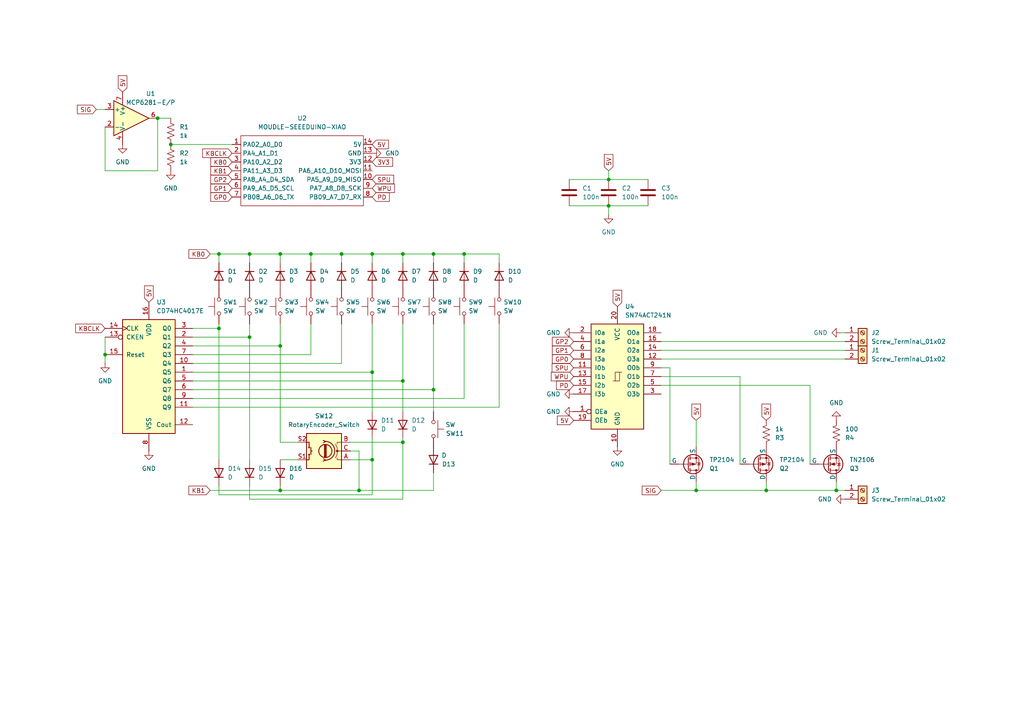
<source format=kicad_sch>
(kicad_sch (version 20231120) (generator "eeschema") (generator_version "8.0")
  (paper "A4")
  (lib_symbols
    (symbol "4xxx:4017" (pin_names (offset 1.016))
      (property "Reference" "U" (at -7.62 16.51 0))
      (property "Value" "4017" (at -7.62 -19.05 0))
      (symbol "4017_1_0"
        (pin output line (at 12.7 0 180) (length 5.08) (name "Q5") (number "1"))
        (pin output line (at 12.7 2.54 180) (length 5.08) (name "Q4") (number "10"))
        (pin output line (at 12.7 -10.16 180) (length 5.08) (name "Q9") (number "11"))
        (pin output line (at 12.7 -15.24 180) (length 5.08) (name "Cout") (number "12"))
        (pin input inverted (at -12.7 10.16 0) (length 5.08) (name "CKEN") (number "13"))
        (pin input clock (at -12.7 12.7 0) (length 5.08) (name "CLK") (number "14"))
        (pin input line (at -12.7 5.08 0) (length 5.08) (name "Reset") (number "15"))
        (pin power_in line (at 0 20.32 270) (length 5.08) (name "VDD") (number "16"))
        (pin output line (at 12.7 10.16 180) (length 5.08) (name "Q1") (number "2"))
        (pin output line (at 12.7 12.7 180) (length 5.08) (name "Q0") (number "3"))
        (pin output line (at 12.7 7.62 180) (length 5.08) (name "Q2") (number "4"))
        (pin output line (at 12.7 -2.54 180) (length 5.08) (name "Q6") (number "5"))
        (pin output line (at 12.7 -5.08 180) (length 5.08) (name "Q7") (number "6"))
        (pin output line (at 12.7 5.08 180) (length 5.08) (name "Q3") (number "7"))
        (pin power_in line (at 0 -22.86 90) (length 5.08) (name "VSS") (number "8"))
        (pin output line (at 12.7 -7.62 180) (length 5.08) (name "Q8") (number "9"))
      )
      (symbol "4017_1_1"
        (rectangle (start -7.62 15.24) (end 7.62 -17.78) (stroke (width 0.254)) (fill (type background)))
      )
    )
    (symbol "74xx:74LS241" (pin_names (offset 1.016))
      (property "Reference" "U" (at -7.62 16.51 0))
      (property "Value" "74LS241" (at -7.62 -16.51 0))
      (symbol "74LS241_1_0"
        (polyline (pts (xy -0.635 -1.27) (xy -0.635 1.27) (xy 0.635 1.27)))
        (polyline (pts (xy -1.27 -1.27) (xy 0.635 -1.27) (xy 0.635 1.27) (xy 1.27 1.27)))
        (pin input inverted (at -12.7 -10.16 0) (length 5.08) (name "OEa") (number "1"))
        (pin power_in line (at 0 -20.32 90) (length 5.08) (name "GND") (number "10"))
        (pin input line (at -12.7 2.54 0) (length 5.08) (name "I0b") (number "11"))
        (pin tri_state line (at 12.7 5.08 180) (length 5.08) (name "O3a") (number "12"))
        (pin input line (at -12.7 0 0) (length 5.08) (name "I1b") (number "13"))
        (pin tri_state line (at 12.7 7.62 180) (length 5.08) (name "O2a") (number "14"))
        (pin input line (at -12.7 -2.54 0) (length 5.08) (name "I2b") (number "15"))
        (pin tri_state line (at 12.7 10.16 180) (length 5.08) (name "O1a") (number "16"))
        (pin input line (at -12.7 -5.08 0) (length 5.08) (name "I3b") (number "17"))
        (pin tri_state line (at 12.7 12.7 180) (length 5.08) (name "O0a") (number "18"))
        (pin input line (at -12.7 -12.7 0) (length 5.08) (name "OEb") (number "19"))
        (pin input line (at -12.7 12.7 0) (length 5.08) (name "I0a") (number "2"))
        (pin power_in line (at 0 20.32 270) (length 5.08) (name "VCC") (number "20"))
        (pin tri_state line (at 12.7 -5.08 180) (length 5.08) (name "O3b") (number "3"))
        (pin input line (at -12.7 10.16 0) (length 5.08) (name "I1a") (number "4"))
        (pin tri_state line (at 12.7 -2.54 180) (length 5.08) (name "O2b") (number "5"))
        (pin input line (at -12.7 7.62 0) (length 5.08) (name "I2a") (number "6"))
        (pin tri_state line (at 12.7 0 180) (length 5.08) (name "O1b") (number "7"))
        (pin input line (at -12.7 5.08 0) (length 5.08) (name "I3a") (number "8"))
        (pin tri_state line (at 12.7 2.54 180) (length 5.08) (name "O0b") (number "9"))
      )
      (symbol "74LS241_1_1"
        (rectangle (start -7.62 15.24) (end 7.62 -15.24) (stroke (width 0.254)) (fill (type background)))
      )
    )
    (symbol "Amplifier_Operational:MCP601-xP" (pin_names (offset 0.127))
      (property "Reference" "U" (at 0 6.35 0))
      (property "Value" "MCP601-xP" (at 0 3.81 0))
      (symbol "MCP601-xP_0_1"
        (polyline (pts (xy -5.08 5.08) (xy 5.08 0) (xy -5.08 -5.08) (xy -5.08 5.08)) (stroke (width 0.254)) (fill (type background)))
      )
      (symbol "MCP601-xP_1_1"
        (pin no_connect line (at -5.08 -2.54 90) (length 2.54) hide (name "NC") (number "1"))
        (pin input line (at -7.62 -2.54 0) (length 2.54) (name "-") (number "2"))
        (pin input line (at -7.62 2.54 0) (length 2.54) (name "+") (number "3"))
        (pin power_in line (at -2.54 -7.62 90) (length 3.81) (name "V-") (number "4"))
        (pin no_connect line (at -2.54 -2.54 90) (length 2.54) hide (name "NC") (number "5"))
        (pin output line (at 7.62 0 180) (length 2.54) (name "~") (number "6"))
        (pin power_in line (at -2.54 7.62 270) (length 3.81) (name "V+") (number "7"))
        (pin no_connect line (at 0 -2.54 90) (length 2.54) hide (name "NC") (number "8"))
      )
    )
    (symbol "Connector:Screw_Terminal_01x02" (pin_names (offset 1.016) hide)
      (property "Reference" "J" (at 0 2.54 0))
      (property "Value" "Screw_Terminal_01x02" (at 0 -5.08 0))
      (symbol "Screw_Terminal_01x02_1_1"
        (rectangle (start -1.27 1.27) (end 1.27 -3.81) (stroke (width 0.254)) (fill (type background)))
        (circle (center 0 -2.54) (radius 0.635) (stroke (width 0.1524)))
        (polyline (pts (xy -0.5334 -2.2098) (xy 0.3302 -3.048)) (stroke (width 0.1524)))
        (polyline (pts (xy -0.5334 0.3302) (xy 0.3302 -0.508)) (stroke (width 0.1524)))
        (polyline (pts (xy -0.3556 -2.032) (xy 0.508 -2.8702)) (stroke (width 0.1524)))
        (polyline (pts (xy -0.3556 0.508) (xy 0.508 -0.3302)) (stroke (width 0.1524)))
        (circle (center 0 0) (radius 0.635) (stroke (width 0.1524)))
        (pin passive line (at -5.08 0 0) (length 3.81) (name "Pin_1") (number "1"))
        (pin passive line (at -5.08 -2.54 0) (length 3.81) (name "Pin_2") (number "2"))
      )
    )
    (symbol "Device:C" (pin_numbers hide) (pin_names (offset 0.254))
      (property "Reference" "C" (at 0.635 2.54 0))
      (property "Value" "C" (at 0.635 -2.54 0))
      (symbol "C_0_1"
        (polyline (pts (xy -2.032 -0.762) (xy 2.032 -0.762)) (stroke (width 0.508)))
        (polyline (pts (xy -2.032 0.762) (xy 2.032 0.762)) (stroke (width 0.508)))
      )
      (symbol "C_1_1"
        (pin passive line (at 0 3.81 270) (length 2.794) (name "~") (number "1"))
        (pin passive line (at 0 -3.81 90) (length 2.794) (name "~") (number "2"))
      )
    )
    (symbol "Device:D" (pin_numbers hide) (pin_names (offset 1.016) hide)
      (property "Reference" "D" (at 0 2.54 0))
      (property "Value" "D" (at 0 -2.54 0))
      (symbol "D_0_1"
        (polyline (pts (xy -1.27 1.27) (xy -1.27 -1.27)) (stroke (width 0.254)))
        (polyline (pts (xy 1.27 0) (xy -1.27 0)))
        (polyline (pts (xy 1.27 1.27) (xy 1.27 -1.27) (xy -1.27 0) (xy 1.27 1.27)) (stroke (width 0.254)))
      )
      (symbol "D_1_1"
        (pin passive line (at -3.81 0 0) (length 2.54) (name "K") (number "1"))
        (pin passive line (at 3.81 0 180) (length 2.54) (name "A") (number "2"))
      )
    )
    (symbol "Device:R_US" (pin_numbers hide) (pin_names (offset 0))
      (property "Reference" "R" (at 2.54 0 90))
      (property "Value" "R_US" (at -2.54 0 90))
      (symbol "R_US_0_1"
        (polyline (pts (xy 0 -2.286) (xy 0 -2.54)))
        (polyline (pts (xy 0 2.286) (xy 0 2.54)))
        (polyline (pts (xy 0 -0.762) (xy 1.016 -1.143) (xy 0 -1.524) (xy -1.016 -1.905) (xy 0 -2.286)))
        (polyline (pts (xy 0 0.762) (xy 1.016 0.381) (xy 0 0) (xy -1.016 -0.381) (xy 0 -0.762)))
        (polyline (pts (xy 0 2.286) (xy 1.016 1.905) (xy 0 1.524) (xy -1.016 1.143) (xy 0 0.762)))
      )
      (symbol "R_US_1_1"
        (pin passive line (at 0 3.81 270) (length 1.27) (name "~") (number "1"))
        (pin passive line (at 0 -3.81 90) (length 1.27) (name "~") (number "2"))
      )
    )
    (symbol "Device:RotaryEncoder_Switch" (pin_names (offset 0.254) hide)
      (property "Reference" "SW" (at 0 6.604 0))
      (property "Value" "RotaryEncoder_Switch" (at 0 -6.604 0))
      (symbol "RotaryEncoder_Switch_0_1"
        (rectangle (start -5.08 5.08) (end 5.08 -5.08) (stroke (width 0.254)) (fill (type background)))
        (circle (center -3.81 0) (radius 0.254) (fill (type outline)))
        (circle (center -0.381 0) (radius 1.905) (stroke (width 0.254)))
        (arc (start -0.381 2.667) (mid -3.0988 -0.0635) (end -0.381 -2.794) (stroke (width 0.254)))
        (polyline (pts (xy -0.635 -1.778) (xy -0.635 1.778)) (stroke (width 0.254)))
        (polyline (pts (xy -0.381 -1.778) (xy -0.381 1.778)) (stroke (width 0.254)))
        (polyline (pts (xy -0.127 1.778) (xy -0.127 -1.778)) (stroke (width 0.254)))
        (polyline (pts (xy 3.81 0) (xy 3.429 0)) (stroke (width 0.254)))
        (polyline (pts (xy 3.81 1.016) (xy 3.81 -1.016)) (stroke (width 0.254)))
        (polyline (pts (xy -5.08 -2.54) (xy -3.81 -2.54) (xy -3.81 -2.032)))
        (polyline (pts (xy -5.08 2.54) (xy -3.81 2.54) (xy -3.81 2.032)))
        (polyline (pts (xy 0.254 -3.048) (xy -0.508 -2.794) (xy 0.127 -2.413)) (stroke (width 0.254)))
        (polyline (pts (xy 0.254 2.921) (xy -0.508 2.667) (xy 0.127 2.286)) (stroke (width 0.254)))
        (polyline (pts (xy 5.08 -2.54) (xy 4.318 -2.54) (xy 4.318 -1.016)) (stroke (width 0.254)))
        (polyline (pts (xy 5.08 2.54) (xy 4.318 2.54) (xy 4.318 1.016)) (stroke (width 0.254)))
        (polyline (pts (xy -5.08 0) (xy -3.81 0) (xy -3.81 -1.016) (xy -3.302 -2.032)))
        (polyline (pts (xy -4.318 0) (xy -3.81 0) (xy -3.81 1.016) (xy -3.302 2.032)))
        (circle (center 4.318 -1.016) (radius 0.127) (stroke (width 0.254)))
        (circle (center 4.318 1.016) (radius 0.127) (stroke (width 0.254)))
      )
      (symbol "RotaryEncoder_Switch_1_1"
        (pin passive line (at -7.62 2.54 0) (length 2.54) (name "A") (number "A"))
        (pin passive line (at -7.62 -2.54 0) (length 2.54) (name "B") (number "B"))
        (pin passive line (at -7.62 0 0) (length 2.54) (name "C") (number "C"))
        (pin passive line (at 7.62 2.54 180) (length 2.54) (name "S1") (number "S1"))
        (pin passive line (at 7.62 -2.54 180) (length 2.54) (name "S2") (number "S2"))
      )
    )
    (symbol "PMOS_1" (pin_numbers hide) (pin_names (offset 0))
      (property "Reference" "Q2" (at 6.35 1.2701 0))
      (property "Value" "TP2104" (at 6.35 -1.2699 0))
      (symbol "PMOS_1_0_1"
        (polyline (pts (xy 0.254 0) (xy -2.54 0)))
        (polyline (pts (xy 0.254 1.905) (xy 0.254 -1.905)) (stroke (width 0.254)))
        (polyline (pts (xy 0.762 -1.27) (xy 0.762 -2.286)) (stroke (width 0.254)))
        (polyline (pts (xy 0.762 0.508) (xy 0.762 -0.508)) (stroke (width 0.254)))
        (polyline (pts (xy 0.762 2.286) (xy 0.762 1.27)) (stroke (width 0.254)))
        (polyline (pts (xy 2.54 2.54) (xy 2.54 1.778)))
        (polyline (pts (xy 2.54 -2.54) (xy 2.54 0) (xy 0.762 0)))
        (polyline (pts (xy 0.762 1.778) (xy 3.302 1.778) (xy 3.302 -1.778) (xy 0.762 -1.778)))
        (polyline (pts (xy 2.286 0) (xy 1.27 0.381) (xy 1.27 -0.381) (xy 2.286 0)) (fill (type outline)))
        (polyline (pts (xy 2.794 -0.508) (xy 2.921 -0.381) (xy 3.683 -0.381) (xy 3.81 -0.254)))
        (polyline (pts (xy 3.302 -0.381) (xy 2.921 0.254) (xy 3.683 0.254) (xy 3.302 -0.381)))
        (circle (center 1.651 0) (radius 2.794) (stroke (width 0.254)))
        (circle (center 2.54 -1.778) (radius 0.254) (fill (type outline)))
        (circle (center 2.54 1.778) (radius 0.254) (fill (type outline)))
      )
      (symbol "PMOS_1_1_1"
        (pin passive line (at 2.54 -5.08 90) (length 2.54) (name "S") (number "1"))
        (pin input line (at -5.08 0 0) (length 2.54) (name "G") (number "2"))
        (pin passive line (at 2.54 5.08 270) (length 2.54) (name "D") (number "3"))
      )
    )
    (symbol "Simulation_SPICE:NMOS" (pin_numbers hide) (pin_names (offset 0))
      (property "Reference" "Q3" (at 6.35 1.2701 0))
      (property "Value" "TN2106" (at 6.35 -1.2699 0))
      (symbol "NMOS_0_1"
        (polyline (pts (xy 0.254 0) (xy -2.54 0)))
        (polyline (pts (xy 0.254 1.905) (xy 0.254 -1.905)) (stroke (width 0.254)))
        (polyline (pts (xy 0.762 -1.27) (xy 0.762 -2.286)) (stroke (width 0.254)))
        (polyline (pts (xy 0.762 0.508) (xy 0.762 -0.508)) (stroke (width 0.254)))
        (polyline (pts (xy 0.762 2.286) (xy 0.762 1.27)) (stroke (width 0.254)))
        (polyline (pts (xy 2.54 2.54) (xy 2.54 1.778)))
        (polyline (pts (xy 2.54 -2.54) (xy 2.54 0) (xy 0.762 0)))
        (polyline (pts (xy 0.762 -1.778) (xy 3.302 -1.778) (xy 3.302 1.778) (xy 0.762 1.778)))
        (polyline (pts (xy 1.016 0) (xy 2.032 0.381) (xy 2.032 -0.381) (xy 1.016 0)) (fill (type outline)))
        (polyline (pts (xy 2.794 0.508) (xy 2.921 0.381) (xy 3.683 0.381) (xy 3.81 0.254)))
        (polyline (pts (xy 3.302 0.381) (xy 2.921 -0.254) (xy 3.683 -0.254) (xy 3.302 0.381)))
        (circle (center 1.651 0) (radius 2.794) (stroke (width 0.254)))
        (circle (center 2.54 -1.778) (radius 0.254) (fill (type outline)))
        (circle (center 2.54 1.778) (radius 0.254) (fill (type outline)))
      )
      (symbol "NMOS_1_1"
        (pin passive line (at 2.54 -5.08 90) (length 2.54) (name "S") (number "1"))
        (pin input line (at -5.08 0 0) (length 2.54) (name "G") (number "2"))
        (pin passive line (at 2.54 5.08 270) (length 2.54) (name "D") (number "3"))
      )
    )
    (symbol "Simulation_SPICE:PMOS" (pin_numbers hide) (pin_names (offset 0))
      (property "Reference" "Q1" (at 6.35 1.2701 0))
      (property "Value" "TP2104" (at 6.35 -1.2699 0))
      (symbol "PMOS_0_1"
        (polyline (pts (xy 0.254 0) (xy -2.54 0)))
        (polyline (pts (xy 0.254 1.905) (xy 0.254 -1.905)) (stroke (width 0.254)))
        (polyline (pts (xy 0.762 -1.27) (xy 0.762 -2.286)) (stroke (width 0.254)))
        (polyline (pts (xy 0.762 0.508) (xy 0.762 -0.508)) (stroke (width 0.254)))
        (polyline (pts (xy 0.762 2.286) (xy 0.762 1.27)) (stroke (width 0.254)))
        (polyline (pts (xy 2.54 2.54) (xy 2.54 1.778)))
        (polyline (pts (xy 2.54 -2.54) (xy 2.54 0) (xy 0.762 0)))
        (polyline (pts (xy 0.762 1.778) (xy 3.302 1.778) (xy 3.302 -1.778) (xy 0.762 -1.778)))
        (polyline (pts (xy 2.286 0) (xy 1.27 0.381) (xy 1.27 -0.381) (xy 2.286 0)) (fill (type outline)))
        (polyline (pts (xy 2.794 -0.508) (xy 2.921 -0.381) (xy 3.683 -0.381) (xy 3.81 -0.254)))
        (polyline (pts (xy 3.302 -0.381) (xy 2.921 0.254) (xy 3.683 0.254) (xy 3.302 -0.381)))
        (circle (center 1.651 0) (radius 2.794) (stroke (width 0.254)))
        (circle (center 2.54 -1.778) (radius 0.254) (fill (type outline)))
        (circle (center 2.54 1.778) (radius 0.254) (fill (type outline)))
      )
      (symbol "PMOS_1_1"
        (pin passive line (at 2.54 -5.08 90) (length 2.54) (name "S") (number "1"))
        (pin input line (at -5.08 0 0) (length 2.54) (name "G") (number "2"))
        (pin passive line (at 2.54 5.08 270) (length 2.54) (name "D") (number "3"))
      )
    )
    (symbol "Switch:SW_Push" (pin_numbers hide) (pin_names (offset 1.016) hide)
      (property "Reference" "SW" (at 1.27 2.54 0))
      (property "Value" "SW_Push" (at 0 -1.524 0))
      (symbol "SW_Push_0_1"
        (circle (center -2.032 0) (radius 0.508))
        (polyline (pts (xy 0 1.27) (xy 0 3.048)))
        (polyline (pts (xy 2.54 1.27) (xy -2.54 1.27)))
        (circle (center 2.032 0) (radius 0.508))
        (pin passive line (at -5.08 0 0) (length 2.54) (name "1") (number "1"))
        (pin passive line (at 5.08 0 180) (length 2.54) (name "2") (number "2"))
      )
    )
    (symbol "power:GND" (power) (pin_numbers hide) (pin_names (offset 0) hide)
      (property "Value" "GND" (at 0 -3.81 0))
      (symbol "GND_0_1"
        (polyline (pts (xy 0 0) (xy 0 -1.27) (xy 1.27 -1.27) (xy 0 -2.54) (xy -1.27 -1.27) (xy 0 -1.27)))
      )
      (symbol "GND_1_1"
        (pin power_in line (at 0 0 270) (length 0) (name "~") (number "1"))
      )
    )
    (symbol "xiao:MOUDLE-SEEEDUINO-XIAO"
      (property "Reference" "U" (at -16.51 11.43 0))
      (property "Value" "MOUDLE-SEEEDUINO-XIAO" (at -3.81 -11.43 0))
      (symbol "MOUDLE-SEEEDUINO-XIAO_0_1"
        (rectangle (start -16.51 10.16) (end 19.05 -10.16))
      )
      (symbol "MOUDLE-SEEEDUINO-XIAO_1_1"
        (pin passive line (at -19.05 7.62 0) (length 2.54) (name "PA02_A0_D0") (number "1"))
        (pin passive line (at 21.59 -2.54 180) (length 2.54) (name "PA5_A9_D9_MISO") (number "10"))
        (pin passive line (at 21.59 0 180) (length 2.54) (name "PA6_A10_D10_MOSI") (number "11"))
        (pin power_out line (at 21.59 2.54 180) (length 2.54) (name "3V3") (number "12"))
        (pin power_out line (at 21.59 5.08 180) (length 2.54) (name "GND") (number "13"))
        (pin power_out line (at 21.59 7.62 180) (length 2.54) (name "5V") (number "14"))
        (pin passive line (at -19.05 5.08 0) (length 2.54) (name "PA4_A1_D1") (number "2"))
        (pin passive line (at -19.05 2.54 0) (length 2.54) (name "PA10_A2_D2") (number "3"))
        (pin passive line (at -19.05 0 0) (length 2.54) (name "PA11_A3_D3") (number "4"))
        (pin passive line (at -19.05 -2.54 0) (length 2.54) (name "PA8_A4_D4_SDA") (number "5"))
        (pin passive line (at -19.05 -5.08 0) (length 2.54) (name "PA9_A5_D5_SCL") (number "6"))
        (pin passive line (at -19.05 -7.62 0) (length 2.54) (name "PB08_A6_D6_TX") (number "7"))
        (pin passive line (at 21.59 -7.62 180) (length 2.54) (name "PB09_A7_D7_RX") (number "8"))
        (pin passive line (at 21.59 -5.08 180) (length 2.54) (name "PA7_A8_D8_SCK") (number "9"))
      )
    )
  )
  (junction (at 30.48 102.87))
  (junction (at 90.17 73.66))
  (junction (at 201.93 142.24))
  (junction (at 242.57 142.24))
  (junction (at 176.53 59.69))
  (junction (at 222.25 142.24))
  (junction (at 81.28 73.66))
  (junction (at 63.5 73.66))
  (junction (at 104.14 142.24))
  (junction (at 116.84 128.27))
  (junction (at 99.06 73.66))
  (junction (at 107.95 133.35))
  (junction (at 116.84 110.49))
  (junction (at 107.95 73.66))
  (junction (at 63.5 95.25))
  (junction (at 125.73 73.66))
  (junction (at 45.72 34.29))
  (junction (at 176.53 52.07))
  (junction (at 49.53 41.91))
  (junction (at 72.39 73.66))
  (junction (at 125.73 113.03))
  (junction (at 107.95 107.95))
  (junction (at 81.28 142.24))
  (junction (at 116.84 73.66))
  (junction (at 81.28 100.33))
  (junction (at 134.62 73.66))
  (junction (at 72.39 97.79))
  (wire (pts (xy 201.93 142.24) (xy 222.25 142.24)))
  (wire (pts (xy 222.25 142.24) (xy 242.57 142.24)))
  (wire (pts (xy 90.17 73.66) (xy 99.06 73.66)))
  (wire (pts (xy 45.72 34.29) (xy 45.72 49.53)))
  (wire (pts (xy 30.48 102.87) (xy 30.48 105.41)))
  (wire (pts (xy 99.06 73.66) (xy 107.95 73.66)))
  (wire (pts (xy 45.72 34.29) (xy 49.53 34.29)))
  (wire (pts (xy 134.62 73.66) (xy 134.62 76.2)))
  (wire (pts (xy 63.5 93.98) (xy 63.5 95.25)))
  (wire (pts (xy 30.48 36.83) (xy 30.48 49.53)))
  (wire (pts (xy 55.88 100.33) (xy 81.28 100.33)))
  (wire (pts (xy 99.06 93.98) (xy 99.06 105.41)))
  (wire (pts (xy 116.84 144.78) (xy 116.84 128.27)))
  (wire (pts (xy 81.28 100.33) (xy 81.28 128.27)))
  (wire (pts (xy 176.53 59.69) (xy 187.96 59.69)))
  (wire (pts (xy 176.53 49.53) (xy 176.53 52.07)))
  (wire (pts (xy 55.88 113.03) (xy 125.73 113.03)))
  (wire (pts (xy 107.95 73.66) (xy 116.84 73.66)))
  (wire (pts (xy 55.88 95.25) (xy 63.5 95.25)))
  (wire (pts (xy 191.77 99.06) (xy 245.11 99.06)))
  (wire (pts (xy 55.88 105.41) (xy 99.06 105.41)))
  (wire (pts (xy 72.39 73.66) (xy 72.39 76.2)))
  (wire (pts (xy 116.84 110.49) (xy 116.84 119.38)))
  (wire (pts (xy 27.94 31.75) (xy 30.48 31.75)))
  (wire (pts (xy 55.88 97.79) (xy 72.39 97.79)))
  (wire (pts (xy 234.95 134.62) (xy 234.95 111.76)))
  (wire (pts (xy 242.57 142.24) (xy 245.11 142.24)))
  (wire (pts (xy 201.93 129.54) (xy 201.93 121.92)))
  (wire (pts (xy 55.88 102.87) (xy 90.17 102.87)))
  (wire (pts (xy 107.95 133.35) (xy 107.95 127)))
  (wire (pts (xy 81.28 133.35) (xy 86.36 133.35)))
  (wire (pts (xy 72.39 144.78) (xy 116.84 144.78)))
  (wire (pts (xy 55.88 110.49) (xy 116.84 110.49)))
  (wire (pts (xy 214.63 134.62) (xy 214.63 109.22)))
  (wire (pts (xy 60.96 73.66) (xy 63.5 73.66)))
  (wire (pts (xy 134.62 93.98) (xy 134.62 115.57)))
  (wire (pts (xy 81.28 128.27) (xy 86.36 128.27)))
  (wire (pts (xy 63.5 73.66) (xy 63.5 76.2)))
  (wire (pts (xy 134.62 73.66) (xy 144.78 73.66)))
  (wire (pts (xy 107.95 73.66) (xy 107.95 76.2)))
  (wire (pts (xy 63.5 95.25) (xy 63.5 133.35)))
  (wire (pts (xy 104.14 130.81) (xy 101.6 130.81)))
  (wire (pts (xy 55.88 118.11) (xy 144.78 118.11)))
  (wire (pts (xy 63.5 73.66) (xy 72.39 73.66)))
  (wire (pts (xy 72.39 140.97) (xy 72.39 144.78)))
  (wire (pts (xy 176.53 62.23) (xy 176.53 59.69)))
  (wire (pts (xy 90.17 93.98) (xy 90.17 102.87)))
  (wire (pts (xy 214.63 109.22) (xy 191.77 109.22)))
  (wire (pts (xy 99.06 73.66) (xy 99.06 76.2)))
  (wire (pts (xy 144.78 118.11) (xy 144.78 93.98)))
  (wire (pts (xy 30.48 97.79) (xy 30.48 102.87)))
  (wire (pts (xy 125.73 113.03) (xy 125.73 93.98)))
  (wire (pts (xy 81.28 73.66) (xy 81.28 76.2)))
  (wire (pts (xy 125.73 113.03) (xy 125.73 119.38)))
  (wire (pts (xy 191.77 101.6) (xy 245.11 101.6)))
  (wire (pts (xy 101.6 133.35) (xy 107.95 133.35)))
  (wire (pts (xy 116.84 73.66) (xy 116.84 76.2)))
  (wire (pts (xy 191.77 104.14) (xy 245.11 104.14)))
  (wire (pts (xy 165.1 52.07) (xy 176.53 52.07)))
  (wire (pts (xy 81.28 73.66) (xy 90.17 73.66)))
  (wire (pts (xy 116.84 73.66) (xy 125.73 73.66)))
  (wire (pts (xy 104.14 142.24) (xy 104.14 130.81)))
  (wire (pts (xy 201.93 139.7) (xy 201.93 142.24)))
  (wire (pts (xy 81.28 142.24) (xy 81.28 140.97)))
  (wire (pts (xy 107.95 107.95) (xy 107.95 119.38)))
  (wire (pts (xy 242.57 139.7) (xy 242.57 142.24)))
  (wire (pts (xy 191.77 142.24) (xy 201.93 142.24)))
  (wire (pts (xy 194.31 134.62) (xy 194.31 106.68)))
  (wire (pts (xy 176.53 52.07) (xy 187.96 52.07)))
  (wire (pts (xy 144.78 73.66) (xy 144.78 76.2)))
  (wire (pts (xy 222.25 142.24) (xy 222.25 139.7)))
  (wire (pts (xy 72.39 73.66) (xy 81.28 73.66)))
  (wire (pts (xy 234.95 111.76) (xy 191.77 111.76)))
  (wire (pts (xy 49.53 41.91) (xy 67.31 41.91)))
  (wire (pts (xy 60.96 142.24) (xy 81.28 142.24)))
  (wire (pts (xy 72.39 97.79) (xy 72.39 133.35)))
  (wire (pts (xy 165.1 59.69) (xy 176.53 59.69)))
  (wire (pts (xy 243.84 96.52) (xy 245.11 96.52)))
  (wire (pts (xy 125.73 73.66) (xy 134.62 73.66)))
  (wire (pts (xy 104.14 142.24) (xy 125.73 142.24)))
  (wire (pts (xy 116.84 128.27) (xy 116.84 127)))
  (wire (pts (xy 125.73 142.24) (xy 125.73 137.16)))
  (wire (pts (xy 107.95 107.95) (xy 107.95 93.98)))
  (wire (pts (xy 125.73 73.66) (xy 125.73 76.2)))
  (wire (pts (xy 81.28 100.33) (xy 81.28 93.98)))
  (wire (pts (xy 55.88 107.95) (xy 107.95 107.95)))
  (wire (pts (xy 90.17 73.66) (xy 90.17 76.2)))
  (wire (pts (xy 55.88 115.57) (xy 134.62 115.57)))
  (wire (pts (xy 191.77 106.68) (xy 194.31 106.68)))
  (wire (pts (xy 101.6 128.27) (xy 116.84 128.27)))
  (wire (pts (xy 107.95 143.51) (xy 107.95 133.35)))
  (wire (pts (xy 63.5 140.97) (xy 63.5 143.51)))
  (wire (pts (xy 81.28 142.24) (xy 104.14 142.24)))
  (wire (pts (xy 63.5 143.51) (xy 107.95 143.51)))
  (wire (pts (xy 116.84 93.98) (xy 116.84 110.49)))
  (wire (pts (xy 30.48 49.53) (xy 45.72 49.53)))
  (wire (pts (xy 72.39 93.98) (xy 72.39 97.79)))
  (global_label "PD" (shape input) (at 166.37 111.76 180) (property "Intersheetrefs" "${INTERSHEET_REFS}" (effects (hide yes))))
  (global_label "GP2" (shape input) (at 166.37 99.06 180) (property "Intersheetrefs" "${INTERSHEET_REFS}" (effects (hide yes))))
  (global_label "SIG" (shape input) (at 27.94 31.75 180) (property "Intersheetrefs" "${INTERSHEET_REFS}" (effects (hide yes))))
  (global_label "5V" (shape input) (at 222.25 121.92 90) (property "Intersheetrefs" "${INTERSHEET_REFS}" (effects (hide yes))))
  (global_label "5V" (shape input) (at 179.07 88.9 90) (property "Intersheetrefs" "${INTERSHEET_REFS}" (effects (hide yes))))
  (global_label "PD" (shape input) (at 107.95 57.15 0) (property "Intersheetrefs" "${INTERSHEET_REFS}" (effects (hide yes))))
  (global_label "SPU" (shape input) (at 166.37 106.68 180) (property "Intersheetrefs" "${INTERSHEET_REFS}" (effects (hide yes))))
  (global_label "3V3" (shape input) (at 107.95 46.99 0) (property "Intersheetrefs" "${INTERSHEET_REFS}" (effects (hide yes))))
  (global_label "5V" (shape input) (at 43.18 87.63 90) (property "Intersheetrefs" "${INTERSHEET_REFS}" (effects (hide yes))))
  (global_label "WPU" (shape input) (at 166.37 109.22 180) (property "Intersheetrefs" "${INTERSHEET_REFS}" (effects (hide yes))))
  (global_label "GP2" (shape input) (at 67.31 52.07 180) (property "Intersheetrefs" "${INTERSHEET_REFS}" (effects (hide yes))))
  (global_label "5V" (shape input) (at 166.37 121.92 180) (property "Intersheetrefs" "${INTERSHEET_REFS}" (effects (hide yes))))
  (global_label "GP1" (shape input) (at 166.37 101.6 180) (property "Intersheetrefs" "${INTERSHEET_REFS}" (effects (hide yes))))
  (global_label "5V" (shape input) (at 201.93 121.92 90) (property "Intersheetrefs" "${INTERSHEET_REFS}" (effects (hide yes))))
  (global_label "KBCLK" (shape input) (at 30.48 95.25 180) (property "Intersheetrefs" "${INTERSHEET_REFS}" (effects (hide yes))))
  (global_label "KB0" (shape input) (at 67.31 46.99 180) (property "Intersheetrefs" "${INTERSHEET_REFS}" (effects (hide yes))))
  (global_label "KBCLK" (shape input) (at 67.31 44.45 180) (property "Intersheetrefs" "${INTERSHEET_REFS}" (effects (hide yes))))
  (global_label "SIG" (shape input) (at 191.77 142.24 180) (property "Intersheetrefs" "${INTERSHEET_REFS}" (effects (hide yes))))
  (global_label "5V" (shape input) (at 35.56 26.67 90) (property "Intersheetrefs" "${INTERSHEET_REFS}" (effects (hide yes))))
  (global_label "KB1" (shape input) (at 67.31 49.53 180) (property "Intersheetrefs" "${INTERSHEET_REFS}" (effects (hide yes))))
  (global_label "GP1" (shape input) (at 67.31 54.61 180) (property "Intersheetrefs" "${INTERSHEET_REFS}" (effects (hide yes))))
  (global_label "5V" (shape input) (at 176.53 49.53 90) (property "Intersheetrefs" "${INTERSHEET_REFS}" (effects (hide yes))))
  (global_label "5V" (shape input) (at 107.95 41.91 0) (property "Intersheetrefs" "${INTERSHEET_REFS}" (effects (hide yes))))
  (global_label "KB1" (shape input) (at 60.96 142.24 180) (property "Intersheetrefs" "${INTERSHEET_REFS}" (effects (hide yes))))
  (global_label "GP0" (shape input) (at 166.37 104.14 180) (property "Intersheetrefs" "${INTERSHEET_REFS}" (effects (hide yes))))
  (global_label "KB0" (shape input) (at 60.96 73.66 180) (property "Intersheetrefs" "${INTERSHEET_REFS}" (effects (hide yes))))
  (global_label "SPU" (shape input) (at 107.95 52.07 0) (property "Intersheetrefs" "${INTERSHEET_REFS}" (effects (hide yes))))
  (global_label "WPU" (shape input) (at 107.95 54.61 0) (property "Intersheetrefs" "${INTERSHEET_REFS}" (effects (hide yes))))
  (global_label "GP0" (shape input) (at 67.31 57.15 180) (property "Intersheetrefs" "${INTERSHEET_REFS}" (effects (hide yes))))
  (symbol (lib_id "Device:RotaryEncoder_Switch") (at 93.98 130.81 180) (unit 1)
    (property "Reference" "SW12" (at 93.98 120.65 0))
    (property "Value" "RotaryEncoder_Switch" (at 93.98 123.19 0))
    (property "Footprint" "Rotary_Encoder:RotaryEncoder_Alps_EC11E-Switch_Vertical_H20mm" (effects (hide yes)))
    (property "Description" "Rotary encoder, dual channel, incremental quadrate outputs, with switch" (effects (hide yes)))
  )
  (symbol (lib_id "Device:R_US") (at 222.25 125.73 0) (mirror x) (unit 1)
    (property "Reference" "R3" (at 224.79 127.0001 0) (effects (justify left)))
    (property "Value" "1k" (at 224.79 124.4601 0) (effects (justify left)))
    (property "Footprint" "Resistor_THT:R_Axial_DIN0207_L6.3mm_D2.5mm_P10.16mm_Horizontal" (effects (hide yes)))
    (property "Description" "Resistor, US symbol" (effects (hide yes)))
  )
  (symbol (lib_id "Device:D") (at 134.62 80.01 270) (unit 1)
    (property "Reference" "D9" (at 137.16 78.7399 90) (effects (justify left)))
    (property "Value" "D" (at 137.16 81.2799 90) (effects (justify left)))
    (property "Footprint" "Diode_THT:D_DO-35_SOD27_P7.62mm_Horizontal" (effects (hide yes)))
    (property "Description" "Diode" (effects (hide yes)))
    (property "Sim.Device" "D" (effects (hide yes)))
    (property "Sim.Pins" "1=K 2=A" (effects (hide yes)))
  )
  (symbol (lib_id "Device:R_US") (at 49.53 38.1 0) (unit 1)
    (property "Reference" "R1" (at 52.07 36.8299 0) (effects (justify left)))
    (property "Value" "1k" (at 52.07 39.3699 0) (effects (justify left)))
    (property "Footprint" "Resistor_THT:R_Axial_DIN0207_L6.3mm_D2.5mm_P10.16mm_Horizontal" (effects (hide yes)))
    (property "Description" "Resistor, US symbol" (effects (hide yes)))
  )
  (symbol (lib_name "PMOS_1") (lib_id "Simulation_SPICE:PMOS") (at 219.71 134.62 0) (mirror x) (unit 1)
    (property "Reference" "Q2" (at 226.06 135.8901 0) (effects (justify left)))
    (property "Value" "TP2104" (at 226.06 133.3501 0) (effects (justify left)))
    (property "Footprint" "pmos:TO-92_MC_MCH" (effects (hide yes)))
    (property "Datasheet" "https://ngspice.sourceforge.io/docs/ngspice-html-manual/manual.xhtml#cha_MOSFETs" (effects (hide yes)))
    (property "Description" "P-MOSFET transistor, drain/source/gate" (effects (hide yes)))
    (property "Sim.Device" "PMOS" (effects (hide yes)))
    (property "Sim.Type" "VDMOS" (effects (hide yes)))
    (property "Sim.Pins" "1=D 2=G 3=S" (effects (hide yes)))
  )
  (symbol (lib_id "Device:C") (at 187.96 55.88 0) (unit 1)
    (property "Reference" "C3" (at 191.77 54.6099 0) (effects (justify left)))
    (property "Value" "100n" (at 191.77 57.1499 0) (effects (justify left)))
    (property "Footprint" "cap:CAP_C320_KEM" (effects (hide yes)))
    (property "Description" "Unpolarized capacitor" (effects (hide yes)))
  )
  (symbol (lib_id "Device:D") (at 90.17 80.01 270) (unit 1)
    (property "Reference" "D4" (at 92.71 78.7399 90) (effects (justify left)))
    (property "Value" "D" (at 92.71 81.2799 90) (effects (justify left)))
    (property "Footprint" "Diode_THT:D_DO-35_SOD27_P7.62mm_Horizontal" (effects (hide yes)))
    (property "Description" "Diode" (effects (hide yes)))
    (property "Sim.Device" "D" (effects (hide yes)))
    (property "Sim.Pins" "1=K 2=A" (effects (hide yes)))
  )
  (symbol (lib_id "Switch:SW_Push") (at 125.73 124.46 270) (unit 1)
    (property "Reference" "SW11" (at 134.62 125.73 90) (effects (justify right)))
    (property "Value" "SW" (at 132.08 123.19 90) (effects (justify right)))
    (property "Footprint" "Button_Switch_Keyboard:SW_Cherry_MX_1.00u_PCB" (effects (hide yes)))
    (property "Description" "Push button switch, generic, two pins" (effects (hide yes)))
  )
  (symbol (lib_id "power:GND") (at 242.57 121.92 0) (mirror x) (unit 1)
    (property "Reference" "#PWR08" (effects (hide yes)))
    (property "Value" "GND" (at 242.57 116.84 0))
    (property "Description" "Power symbol creates a global label with name \"GND\" , ground" (effects (hide yes)))
  )
  (symbol (lib_id "power:GND") (at 245.11 144.78 270) (unit 1)
    (property "Reference" "#PWR011" (effects (hide yes)))
    (property "Value" "GND" (at 241.3 144.7799 90) (effects (justify right)))
    (property "Description" "Power symbol creates a global label with name \"GND\" , ground" (effects (hide yes)))
  )
  (symbol (lib_id "Device:D") (at 116.84 80.01 270) (unit 1)
    (property "Reference" "D7" (at 119.38 78.7399 90) (effects (justify left)))
    (property "Value" "D" (at 119.38 81.2799 90) (effects (justify left)))
    (property "Footprint" "Diode_THT:D_DO-35_SOD27_P7.62mm_Horizontal" (effects (hide yes)))
    (property "Description" "Diode" (effects (hide yes)))
    (property "Sim.Device" "D" (effects (hide yes)))
    (property "Sim.Pins" "1=K 2=A" (effects (hide yes)))
  )
  (symbol (lib_id "Device:D") (at 107.95 80.01 270) (unit 1)
    (property "Reference" "D6" (at 110.49 78.7399 90) (effects (justify left)))
    (property "Value" "D" (at 110.49 81.2799 90) (effects (justify left)))
    (property "Footprint" "Diode_THT:D_DO-35_SOD27_P7.62mm_Horizontal" (effects (hide yes)))
    (property "Description" "Diode" (effects (hide yes)))
    (property "Sim.Device" "D" (effects (hide yes)))
    (property "Sim.Pins" "1=K 2=A" (effects (hide yes)))
  )
  (symbol (lib_id "Switch:SW_Push") (at 63.5 88.9 90) (unit 1)
    (property "Reference" "SW1" (at 64.77 87.6299 90) (effects (justify right)))
    (property "Value" "SW" (at 64.77 90.1699 90) (effects (justify right)))
    (property "Footprint" "Button_Switch_Keyboard:SW_Cherry_MX_1.00u_PCB" (effects (hide yes)))
    (property "Description" "Push button switch, generic, two pins" (effects (hide yes)))
  )
  (symbol (lib_id "xiao:MOUDLE-SEEEDUINO-XIAO") (at 86.36 49.53 0) (unit 1)
    (property "Reference" "U2" (at 87.63 34.29 0))
    (property "Value" "MOUDLE-SEEEDUINO-XIAO" (at 87.63 36.83 0))
    (property "Footprint" "xiao:MOUDLE14P-2.54-21X17.8MM" (effects (hide yes)))
  )
  (symbol (lib_id "Switch:SW_Push") (at 72.39 88.9 90) (unit 1)
    (property "Reference" "SW2" (at 73.66 87.6299 90) (effects (justify right)))
    (property "Value" "SW" (at 73.66 90.1699 90) (effects (justify right)))
    (property "Footprint" "Button_Switch_Keyboard:SW_Cherry_MX_1.00u_PCB" (effects (hide yes)))
    (property "Description" "Push button switch, generic, two pins" (effects (hide yes)))
  )
  (symbol (lib_id "Device:D") (at 81.28 80.01 270) (unit 1)
    (property "Reference" "D3" (at 83.82 78.7399 90) (effects (justify left)))
    (property "Value" "D" (at 83.82 81.2799 90) (effects (justify left)))
    (property "Footprint" "Diode_THT:D_DO-35_SOD27_P7.62mm_Horizontal" (effects (hide yes)))
    (property "Description" "Diode" (effects (hide yes)))
    (property "Sim.Device" "D" (effects (hide yes)))
    (property "Sim.Pins" "1=K 2=A" (effects (hide yes)))
  )
  (symbol (lib_id "power:GND") (at 49.53 49.53 0) (unit 1)
    (property "Reference" "#PWR03" (effects (hide yes)))
    (property "Value" "GND" (at 49.53 54.61 0))
    (property "Description" "Power symbol creates a global label with name \"GND\" , ground" (effects (hide yes)))
  )
  (symbol (lib_id "Device:D") (at 81.28 137.16 90) (unit 1)
    (property "Reference" "D16" (at 83.82 135.8899 90) (effects (justify right)))
    (property "Value" "D" (at 83.82 138.4299 90) (effects (justify right)))
    (property "Footprint" "Diode_THT:D_DO-35_SOD27_P7.62mm_Horizontal" (effects (hide yes)))
    (property "Description" "Diode" (effects (hide yes)))
    (property "Sim.Device" "D" (effects (hide yes)))
    (property "Sim.Pins" "1=K 2=A" (effects (hide yes)))
  )
  (symbol (lib_id "power:GND") (at 166.37 114.3 270) (unit 1)
    (property "Reference" "#PWR05" (effects (hide yes)))
    (property "Value" "GND" (at 162.56 114.2999 90) (effects (justify right)))
    (property "Description" "Power symbol creates a global label with name \"GND\" , ground" (effects (hide yes)))
  )
  (symbol (lib_id "Connector:Screw_Terminal_01x02") (at 250.19 101.6 0) (unit 1)
    (property "Reference" "J1" (at 252.73 101.5999 0) (effects (justify left)))
    (property "Value" "Screw_Terminal_01x02" (at 252.73 104.1399 0) (effects (justify left)))
    (property "Footprint" "screw:CONN2_710002_WRE" (effects (hide yes)))
    (property "Description" "Generic screw terminal, single row, 01x02, script generated (kicad-library-utils/schlib/autogen/connector/)" (effects (hide yes)))
  )
  (symbol (lib_id "power:GND") (at 35.56 41.91 0) (unit 1)
    (property "Reference" "#PWR01" (effects (hide yes)))
    (property "Value" "GND" (at 35.56 46.99 0))
    (property "Description" "Power symbol creates a global label with name \"GND\" , ground" (effects (hide yes)))
  )
  (symbol (lib_id "Switch:SW_Push") (at 99.06 88.9 90) (unit 1)
    (property "Reference" "SW5" (at 100.33 87.6299 90) (effects (justify right)))
    (property "Value" "SW" (at 100.33 90.1699 90) (effects (justify right)))
    (property "Footprint" "Button_Switch_Keyboard:SW_Cherry_MX_1.00u_PCB" (effects (hide yes)))
    (property "Description" "Push button switch, generic, two pins" (effects (hide yes)))
  )
  (symbol (lib_id "Switch:SW_Push") (at 144.78 88.9 90) (unit 1)
    (property "Reference" "SW10" (at 146.05 87.6299 90) (effects (justify right)))
    (property "Value" "SW" (at 146.05 90.1699 90) (effects (justify right)))
    (property "Footprint" "Button_Switch_Keyboard:SW_Cherry_MX_1.00u_PCB" (effects (hide yes)))
    (property "Description" "Push button switch, generic, two pins" (effects (hide yes)))
  )
  (symbol (lib_id "Device:D") (at 144.78 80.01 270) (unit 1)
    (property "Reference" "D10" (at 147.32 78.7399 90) (effects (justify left)))
    (property "Value" "D" (at 147.32 81.2799 90) (effects (justify left)))
    (property "Footprint" "Diode_THT:D_DO-35_SOD27_P7.62mm_Horizontal" (effects (hide yes)))
    (property "Description" "Diode" (effects (hide yes)))
    (property "Sim.Device" "D" (effects (hide yes)))
    (property "Sim.Pins" "1=K 2=A" (effects (hide yes)))
  )
  (symbol (lib_id "Simulation_SPICE:PMOS") (at 199.39 134.62 0) (mirror x) (unit 1)
    (property "Reference" "Q1" (at 205.74 135.8901 0) (effects (justify left)))
    (property "Value" "TP2104" (at 205.74 133.3501 0) (effects (justify left)))
    (property "Footprint" "pmos:TO-92_MC_MCH" (effects (hide yes)))
    (property "Datasheet" "https://ngspice.sourceforge.io/docs/ngspice-html-manual/manual.xhtml#cha_MOSFETs" (effects (hide yes)))
    (property "Description" "P-MOSFET transistor, drain/source/gate" (effects (hide yes)))
    (property "Sim.Device" "PMOS" (effects (hide yes)))
    (property "Sim.Type" "VDMOS" (effects (hide yes)))
    (property "Sim.Pins" "1=D 2=G 3=S" (effects (hide yes)))
  )
  (symbol (lib_id "Connector:Screw_Terminal_01x02") (at 250.19 142.24 0) (unit 1)
    (property "Reference" "J3" (at 252.73 142.2399 0) (effects (justify left)))
    (property "Value" "Screw_Terminal_01x02" (at 252.73 144.7799 0) (effects (justify left)))
    (property "Footprint" "screw:CONN2_710002_WRE" (effects (hide yes)))
    (property "Description" "Generic screw terminal, single row, 01x02, script generated (kicad-library-utils/schlib/autogen/connector/)" (effects (hide yes)))
  )
  (symbol (lib_id "Device:D") (at 125.73 80.01 270) (unit 1)
    (property "Reference" "D8" (at 128.27 78.7399 90) (effects (justify left)))
    (property "Value" "D" (at 128.27 81.2799 90) (effects (justify left)))
    (property "Footprint" "Diode_THT:D_DO-35_SOD27_P7.62mm_Horizontal" (effects (hide yes)))
    (property "Description" "Diode" (effects (hide yes)))
    (property "Sim.Device" "D" (effects (hide yes)))
    (property "Sim.Pins" "1=K 2=A" (effects (hide yes)))
  )
  (symbol (lib_id "Device:D") (at 125.73 133.35 90) (unit 1)
    (property "Reference" "D13" (at 132.08 134.62 90) (effects (justify left)))
    (property "Value" "D" (at 129.54 132.08 90) (effects (justify left)))
    (property "Footprint" "Diode_THT:D_DO-35_SOD27_P7.62mm_Horizontal" (effects (hide yes)))
    (property "Description" "Diode" (effects (hide yes)))
    (property "Sim.Device" "D" (effects (hide yes)))
    (property "Sim.Pins" "1=K 2=A" (effects (hide yes)))
  )
  (symbol (lib_id "Switch:SW_Push") (at 81.28 88.9 90) (unit 1)
    (property "Reference" "SW3" (at 82.55 87.6299 90) (effects (justify right)))
    (property "Value" "SW" (at 82.55 90.1699 90) (effects (justify right)))
    (property "Footprint" "Button_Switch_Keyboard:SW_Cherry_MX_1.00u_PCB" (effects (hide yes)))
    (property "Description" "Push button switch, generic, two pins" (effects (hide yes)))
  )
  (symbol (lib_id "Simulation_SPICE:NMOS") (at 240.03 134.62 0) (mirror x) (unit 1)
    (property "Reference" "Q3" (at 246.38 135.8901 0) (effects (justify left)))
    (property "Value" "TN2106" (at 246.38 133.3501 0) (effects (justify left)))
    (property "Footprint" "nmos:TO-92_MC_MCH" (effects (hide yes)))
    (property "Datasheet" "https://ngspice.sourceforge.io/docs/ngspice-html-manual/manual.xhtml#cha_MOSFETs" (effects (hide yes)))
    (property "Description" "N-MOSFET transistor, drain/source/gate" (effects (hide yes)))
    (property "Sim.Device" "NMOS" (effects (hide yes)))
    (property "Sim.Type" "VDMOS" (effects (hide yes)))
    (property "Sim.Pins" "1=D 2=G 3=S" (effects (hide yes)))
  )
  (symbol (lib_id "Switch:SW_Push") (at 116.84 88.9 90) (unit 1)
    (property "Reference" "SW7" (at 118.11 87.6299 90) (effects (justify right)))
    (property "Value" "SW" (at 118.11 90.1699 90) (effects (justify right)))
    (property "Footprint" "Button_Switch_Keyboard:SW_Cherry_MX_1.00u_PCB" (effects (hide yes)))
    (property "Description" "Push button switch, generic, two pins" (effects (hide yes)))
  )
  (symbol (lib_id "Device:D") (at 116.84 123.19 90) (unit 1)
    (property "Reference" "D12" (at 119.38 121.9199 90) (effects (justify right)))
    (property "Value" "D" (at 119.38 124.4599 90) (effects (justify right)))
    (property "Footprint" "Diode_THT:D_DO-35_SOD27_P7.62mm_Horizontal" (effects (hide yes)))
    (property "Description" "Diode" (effects (hide yes)))
    (property "Sim.Device" "D" (effects (hide yes)))
    (property "Sim.Pins" "1=K 2=A" (effects (hide yes)))
  )
  (symbol (lib_id "Switch:SW_Push") (at 107.95 88.9 90) (unit 1)
    (property "Reference" "SW6" (at 109.22 87.6299 90) (effects (justify right)))
    (property "Value" "SW" (at 109.22 90.1699 90) (effects (justify right)))
    (property "Footprint" "Button_Switch_Keyboard:SW_Cherry_MX_1.00u_PCB" (effects (hide yes)))
    (property "Description" "Push button switch, generic, two pins" (effects (hide yes)))
  )
  (symbol (lib_id "Switch:SW_Push") (at 90.17 88.9 90) (unit 1)
    (property "Reference" "SW4" (at 91.44 87.6299 90) (effects (justify right)))
    (property "Value" "SW" (at 91.44 90.1699 90) (effects (justify right)))
    (property "Footprint" "Button_Switch_Keyboard:SW_Cherry_MX_1.00u_PCB" (effects (hide yes)))
    (property "Description" "Push button switch, generic, two pins" (effects (hide yes)))
  )
  (symbol (lib_id "Amplifier_Operational:MCP601-xP") (at 38.1 34.29 0) (unit 1)
    (property "Reference" "U1" (at 43.688 27.178 0))
    (property "Value" "MCP6281-E/P" (at 43.688 29.718 0))
    (property "Footprint" "opamp:PDIP8_300MC_MCH" (effects (hide yes)))
    (property "Datasheet" "http://ww1.microchip.com/downloads/en/DeviceDoc/21314g.pdf" (effects (hide yes)))
    (property "Description" "Single 2.7V to 6.0V Single Supply CMOS Op Amps, DIP-8" (effects (hide yes)))
  )
  (symbol (lib_id "Device:D") (at 63.5 80.01 270) (unit 1)
    (property "Reference" "D1" (at 66.04 78.7399 90) (effects (justify left)))
    (property "Value" "D" (at 66.04 81.2799 90) (effects (justify left)))
    (property "Footprint" "Diode_THT:D_DO-35_SOD27_P7.62mm_Horizontal" (effects (hide yes)))
    (property "Description" "Diode" (effects (hide yes)))
    (property "Sim.Device" "D" (effects (hide yes)))
    (property "Sim.Pins" "1=K 2=A" (effects (hide yes)))
  )
  (symbol (lib_id "Connector:Screw_Terminal_01x02") (at 250.19 96.52 0) (unit 1)
    (property "Reference" "J2" (at 252.73 96.5199 0) (effects (justify left)))
    (property "Value" "Screw_Terminal_01x02" (at 252.73 99.0599 0) (effects (justify left)))
    (property "Footprint" "screw:CONN2_710002_WRE" (effects (hide yes)))
    (property "Description" "Generic screw terminal, single row, 01x02, script generated (kicad-library-utils/schlib/autogen/connector/)" (effects (hide yes)))
  )
  (symbol (lib_id "power:GND") (at 43.18 130.81 0) (unit 1)
    (property "Reference" "#PWR010" (effects (hide yes)))
    (property "Value" "GND" (at 43.18 135.89 0))
    (property "Description" "Power symbol creates a global label with name \"GND\" , ground" (effects (hide yes)))
  )
  (symbol (lib_id "Device:D") (at 107.95 123.19 90) (unit 1)
    (property "Reference" "D11" (at 110.49 121.9199 90) (effects (justify right)))
    (property "Value" "D" (at 110.49 124.4599 90) (effects (justify right)))
    (property "Footprint" "Diode_THT:D_DO-35_SOD27_P7.62mm_Horizontal" (effects (hide yes)))
    (property "Description" "Diode" (effects (hide yes)))
    (property "Sim.Device" "D" (effects (hide yes)))
    (property "Sim.Pins" "1=K 2=A" (effects (hide yes)))
  )
  (symbol (lib_id "Switch:SW_Push") (at 125.73 88.9 90) (unit 1)
    (property "Reference" "SW8" (at 127 87.6299 90) (effects (justify right)))
    (property "Value" "SW" (at 127 90.1699 90) (effects (justify right)))
    (property "Footprint" "Button_Switch_Keyboard:SW_Cherry_MX_1.00u_PCB" (effects (hide yes)))
    (property "Description" "Push button switch, generic, two pins" (effects (hide yes)))
  )
  (symbol (lib_id "Device:D") (at 99.06 80.01 270) (unit 1)
    (property "Reference" "D5" (at 101.6 78.7399 90) (effects (justify left)))
    (property "Value" "D" (at 101.6 81.2799 90) (effects (justify left)))
    (property "Footprint" "Diode_THT:D_DO-35_SOD27_P7.62mm_Horizontal" (effects (hide yes)))
    (property "Description" "Diode" (effects (hide yes)))
    (property "Sim.Device" "D" (effects (hide yes)))
    (property "Sim.Pins" "1=K 2=A" (effects (hide yes)))
  )
  (symbol (lib_id "power:GND") (at 107.95 44.45 90) (unit 1)
    (property "Reference" "#PWR02" (effects (hide yes)))
    (property "Value" "GND" (at 111.76 44.4499 90) (effects (justify right)))
    (property "Description" "Power symbol creates a global label with name \"GND\" , ground" (effects (hide yes)))
  )
  (symbol (lib_id "power:GND") (at 166.37 119.38 270) (unit 1)
    (property "Reference" "#PWR07" (effects (hide yes)))
    (property "Value" "GND" (at 162.56 119.3799 90) (effects (justify right)))
    (property "Description" "Power symbol creates a global label with name \"GND\" , ground" (effects (hide yes)))
  )
  (symbol (lib_id "power:GND") (at 176.53 62.23 0) (unit 1)
    (property "Reference" "#PWR04" (effects (hide yes)))
    (property "Value" "GND" (at 176.53 67.31 0))
    (property "Description" "Power symbol creates a global label with name \"GND\" , ground" (effects (hide yes)))
  )
  (symbol (lib_id "Device:D") (at 72.39 137.16 90) (unit 1)
    (property "Reference" "D15" (at 74.93 135.8899 90) (effects (justify right)))
    (property "Value" "D" (at 74.93 138.4299 90) (effects (justify right)))
    (property "Footprint" "Diode_THT:D_DO-35_SOD27_P7.62mm_Horizontal" (effects (hide yes)))
    (property "Description" "Diode" (effects (hide yes)))
    (property "Sim.Device" "D" (effects (hide yes)))
    (property "Sim.Pins" "1=K 2=A" (effects (hide yes)))
  )
  (symbol (lib_id "74xx:74LS241") (at 179.07 109.22 0) (unit 1)
    (property "Reference" "U4" (at 181.2641 88.9 0) (effects (justify left)))
    (property "Value" "SN74ACT241N" (at 181.2641 91.44 0) (effects (justify left)))
    (property "Footprint" "buffer:N20" (effects (hide yes)))
    (property "Datasheet" "http://www.ti.com/lit/ds/symlink/sn74ls241.pdf" (effects (hide yes)))
    (property "Description" "Octal Buffer and Line Driver With 3-State Output, complementary enables, non-inverting outputs" (effects (hide yes)))
  )
  (symbol (lib_id "power:GND") (at 166.37 96.52 270) (unit 1)
    (property "Reference" "#PWR012" (effects (hide yes)))
    (property "Value" "GND" (at 162.56 96.5199 90) (effects (justify right)))
    (property "Description" "Power symbol creates a global label with name \"GND\" , ground" (effects (hide yes)))
  )
  (symbol (lib_id "Device:R_US") (at 49.53 45.72 0) (unit 1)
    (property "Reference" "R2" (at 52.07 44.4499 0) (effects (justify left)))
    (property "Value" "1k" (at 52.07 46.9899 0) (effects (justify left)))
    (property "Footprint" "Resistor_THT:R_Axial_DIN0207_L6.3mm_D2.5mm_P10.16mm_Horizontal" (effects (hide yes)))
    (property "Description" "Resistor, US symbol" (effects (hide yes)))
  )
  (symbol (lib_id "Switch:SW_Push") (at 134.62 88.9 90) (unit 1)
    (property "Reference" "SW9" (at 135.89 87.6299 90) (effects (justify right)))
    (property "Value" "SW" (at 135.89 90.1699 90) (effects (justify right)))
    (property "Footprint" "Button_Switch_Keyboard:SW_Cherry_MX_1.00u_PCB" (effects (hide yes)))
    (property "Description" "Push button switch, generic, two pins" (effects (hide yes)))
  )
  (symbol (lib_id "Device:R_US") (at 242.57 125.73 0) (mirror x) (unit 1)
    (property "Reference" "R4" (at 245.11 127.0001 0) (effects (justify left)))
    (property "Value" "100" (at 245.11 124.4601 0) (effects (justify left)))
    (property "Footprint" "Resistor_THT:R_Axial_DIN0207_L6.3mm_D2.5mm_P10.16mm_Horizontal" (effects (hide yes)))
    (property "Description" "Resistor, US symbol" (effects (hide yes)))
  )
  (symbol (lib_id "power:GND") (at 30.48 105.41 0) (unit 1)
    (property "Reference" "#PWR06" (effects (hide yes)))
    (property "Value" "GND" (at 30.48 110.49 0))
    (property "Description" "Power symbol creates a global label with name \"GND\" , ground" (effects (hide yes)))
  )
  (symbol (lib_id "Device:D") (at 63.5 137.16 90) (unit 1)
    (property "Reference" "D14" (at 66.04 135.8899 90) (effects (justify right)))
    (property "Value" "D" (at 66.04 138.4299 90) (effects (justify right)))
    (property "Footprint" "Diode_THT:D_DO-35_SOD27_P7.62mm_Horizontal" (effects (hide yes)))
    (property "Description" "Diode" (effects (hide yes)))
    (property "Sim.Device" "D" (effects (hide yes)))
    (property "Sim.Pins" "1=K 2=A" (effects (hide yes)))
  )
  (symbol (lib_id "Device:C") (at 165.1 55.88 0) (unit 1)
    (property "Reference" "C1" (at 168.91 54.6099 0) (effects (justify left)))
    (property "Value" "100n" (at 168.91 57.1499 0) (effects (justify left)))
    (property "Footprint" "cap:CAP_C320_KEM" (effects (hide yes)))
    (property "Description" "Unpolarized capacitor" (effects (hide yes)))
  )
  (symbol (lib_id "power:GND") (at 243.84 96.52 270) (unit 1)
    (property "Reference" "#PWR013" (effects (hide yes)))
    (property "Value" "GND" (at 240.03 96.5199 90) (effects (justify right)))
    (property "Description" "Power symbol creates a global label with name \"GND\" , ground" (effects (hide yes)))
  )
  (symbol (lib_id "4xxx:4017") (at 43.18 107.95 0) (unit 1)
    (property "Reference" "U3" (at 45.3741 87.63 0) (effects (justify left)))
    (property "Value" "CD74HC4017E" (at 45.3741 90.17 0) (effects (justify left)))
    (property "Footprint" "counter:N16" (effects (hide yes)))
    (property "Datasheet" "http://www.intersil.com/content/dam/Intersil/documents/cd40/cd4017bms-22bms.pdf" (effects (hide yes)))
    (property "Description" "Johnson Counter ( 10 outputs )" (effects (hide yes)))
  )
  (symbol (lib_id "power:GND") (at 179.07 129.54 0) (unit 1)
    (property "Reference" "#PWR09" (effects (hide yes)))
    (property "Value" "GND" (at 179.07 134.62 0))
    (property "Description" "Power symbol creates a global label with name \"GND\" , ground" (effects (hide yes)))
  )
  (symbol (lib_id "Device:C") (at 176.53 55.88 0) (unit 1)
    (property "Reference" "C2" (at 180.34 54.6099 0) (effects (justify left)))
    (property "Value" "100n" (at 180.34 57.1499 0) (effects (justify left)))
    (property "Footprint" "cap:CAP_C320_KEM" (effects (hide yes)))
    (property "Description" "Unpolarized capacitor" (effects (hide yes)))
  )
  (symbol (lib_id "Device:D") (at 72.39 80.01 270) (unit 1)
    (property "Reference" "D2" (at 74.93 78.7399 90) (effects (justify left)))
    (property "Value" "D" (at 74.93 81.2799 90) (effects (justify left)))
    (property "Footprint" "Diode_THT:D_DO-35_SOD27_P7.62mm_Horizontal" (effects (hide yes)))
    (property "Description" "Diode" (effects (hide yes)))
    (property "Sim.Device" "D" (effects (hide yes)))
    (property "Sim.Pins" "1=K 2=A" (effects (hide yes)))
  )
)
</source>
